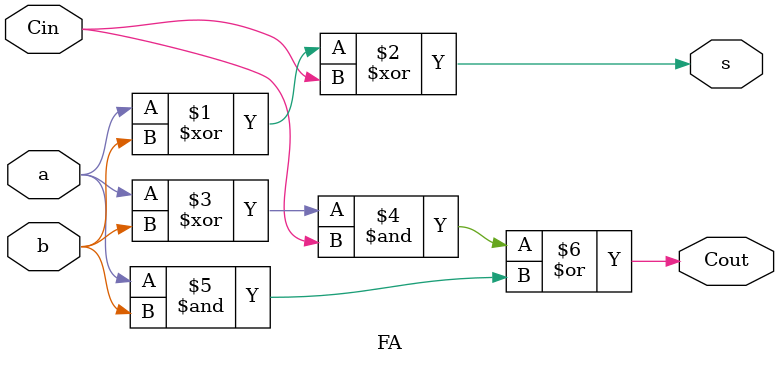
<source format=v>
`timescale 1ns / 1ps


module FA(
    input a,
    input b,
    input Cin,
    output s,
    output Cout
    );
    
    assign s = ((a^b)^(Cin));
    assign Cout = (((a^b) & (Cin)) | (a & b));
endmodule

</source>
